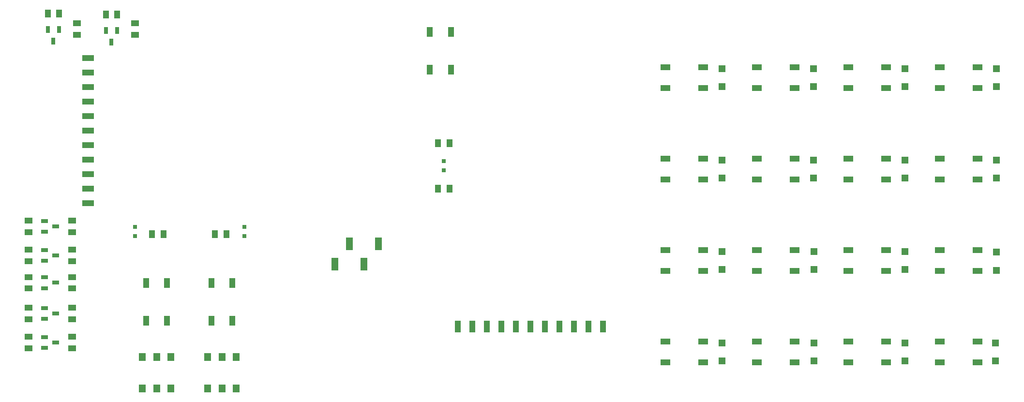
<source format=gbr>
%TF.GenerationSoftware,KiCad,Pcbnew,7.0.2-0*%
%TF.CreationDate,2023-10-11T20:45:17-05:00*%
%TF.ProjectId,CowPi-mk4b,436f7750-692d-46d6-9b34-622e6b696361,mk4b*%
%TF.SameCoordinates,Original*%
%TF.FileFunction,Paste,Top*%
%TF.FilePolarity,Positive*%
%FSLAX46Y46*%
G04 Gerber Fmt 4.6, Leading zero omitted, Abs format (unit mm)*
G04 Created by KiCad (PCBNEW 7.0.2-0) date 2023-10-11 20:45:17*
%MOMM*%
%LPD*%
G01*
G04 APERTURE LIST*
%ADD10R,1.700000X1.000000*%
%ADD11R,1.250013X0.700000*%
%ADD12R,1.200000X1.200000*%
%ADD13R,1.377013X1.132537*%
%ADD14R,1.132537X1.377013*%
%ADD15R,1.200000X1.400000*%
%ADD16R,1.000000X1.700000*%
%ADD17R,0.700000X1.250013*%
%ADD18R,0.800000X0.800000*%
%ADD19R,1.000000X2.000000*%
%ADD20R,1.270003X2.200000*%
%ADD21R,2.000000X1.000000*%
G04 APERTURE END LIST*
D10*
%TO.C,U15*%
X213770731Y-86162294D03*
X220370681Y-86162269D03*
X213770731Y-89862701D03*
X220370681Y-89862676D03*
%TD*%
D11*
%TO.C,U42*%
X57150000Y-106950000D03*
X57150000Y-108849924D03*
X59150000Y-107899962D03*
%TD*%
D10*
%TO.C,U7*%
X213770731Y-70162294D03*
X220370681Y-70162269D03*
X213770731Y-73862701D03*
X220370681Y-73862676D03*
%TD*%
D12*
%TO.C,U31*%
X223520000Y-121612561D03*
X223520000Y-118412409D03*
%TD*%
%TO.C,U16*%
X175690706Y-89612561D03*
X175690706Y-86412409D03*
%TD*%
%TO.C,U8*%
X223690706Y-73612561D03*
X223690706Y-70412409D03*
%TD*%
D13*
%TO.C,R17*%
X54340000Y-99060000D03*
X54340000Y-97060000D03*
%TD*%
%TO.C,R1*%
X54340000Y-119380000D03*
X54340000Y-117380000D03*
%TD*%
D14*
%TO.C,R13*%
X57740038Y-60799981D03*
X59740038Y-60799981D03*
%TD*%
D13*
%TO.C,R18*%
X61960000Y-97060000D03*
X61960000Y-99060000D03*
%TD*%
D14*
%TO.C,R15*%
X67900038Y-60960000D03*
X69900038Y-60960000D03*
%TD*%
D12*
%TO.C,U12*%
X207690706Y-89612561D03*
X207690706Y-86412409D03*
%TD*%
D10*
%TO.C,U17*%
X165770731Y-102162294D03*
X172370681Y-102162269D03*
X165770731Y-105862701D03*
X172370681Y-105862676D03*
%TD*%
D15*
%TO.C,U35*%
X74280318Y-126402714D03*
X76780191Y-126402714D03*
X79280064Y-126402714D03*
X74280318Y-120902586D03*
X76780191Y-120902586D03*
X79280064Y-120902586D03*
%TD*%
D16*
%TO.C,U34*%
X90060382Y-107920012D03*
X90060407Y-114519962D03*
X86359975Y-107920012D03*
X86360000Y-114519962D03*
%TD*%
D10*
%TO.C,U13*%
X197770731Y-86162294D03*
X204370681Y-86162269D03*
X197770731Y-89862701D03*
X204370681Y-89862676D03*
%TD*%
D14*
%TO.C,R10*%
X75976998Y-99378658D03*
X77976998Y-99378658D03*
%TD*%
D17*
%TO.C,U46*%
X59690000Y-63609981D03*
X57790076Y-63609981D03*
X58740038Y-65609981D03*
%TD*%
D10*
%TO.C,U26*%
X197770731Y-118162294D03*
X204370681Y-118162269D03*
X197770731Y-121862701D03*
X204370681Y-121862676D03*
%TD*%
D11*
%TO.C,U48*%
X57150000Y-97110038D03*
X57150000Y-99009962D03*
X59150000Y-98060000D03*
%TD*%
D10*
%TO.C,U9*%
X165770731Y-86162294D03*
X172370681Y-86162269D03*
X165770731Y-89862701D03*
X172370681Y-89862676D03*
%TD*%
D13*
%TO.C,R3*%
X54340000Y-114300000D03*
X54340000Y-112300000D03*
%TD*%
D10*
%TO.C,U18*%
X165770731Y-118162294D03*
X172370681Y-118162269D03*
X165770731Y-121862701D03*
X172370681Y-121862676D03*
%TD*%
D17*
%TO.C,U47*%
X69850000Y-63770000D03*
X67950076Y-63770000D03*
X68900038Y-65770000D03*
%TD*%
D12*
%TO.C,U6*%
X207690706Y-73612561D03*
X207690706Y-70412409D03*
%TD*%
D10*
%TO.C,U22*%
X181770731Y-118162294D03*
X188370681Y-118162269D03*
X181770731Y-121862701D03*
X188370681Y-121862676D03*
%TD*%
D16*
%TO.C,U33*%
X78630382Y-107920012D03*
X78630407Y-114519962D03*
X74929975Y-107920012D03*
X74930000Y-114519962D03*
%TD*%
D18*
%TO.C,LED2*%
X72965886Y-98108658D03*
X72972744Y-99707592D03*
%TD*%
D13*
%TO.C,R8*%
X61960000Y-102140000D03*
X61960000Y-104140000D03*
%TD*%
D12*
%TO.C,U14*%
X191690706Y-89612561D03*
X191690706Y-86412409D03*
%TD*%
%TO.C,U20*%
X175690706Y-121612561D03*
X175690706Y-118412409D03*
%TD*%
D14*
%TO.C,R9*%
X126013056Y-83440000D03*
X128013056Y-83440000D03*
%TD*%
D13*
%TO.C,R16*%
X73010038Y-64500000D03*
X73010038Y-62500000D03*
%TD*%
D10*
%TO.C,U3*%
X181770731Y-70162294D03*
X188370681Y-70162269D03*
X181770731Y-73862701D03*
X188370681Y-73862676D03*
%TD*%
D16*
%TO.C,U37*%
X128269975Y-64010012D03*
X128270000Y-70609962D03*
X124569568Y-64010012D03*
X124569593Y-70609962D03*
%TD*%
D10*
%TO.C,U1*%
X165770731Y-70162294D03*
X172370681Y-70162269D03*
X165770731Y-73862701D03*
X172370681Y-73862676D03*
%TD*%
D11*
%TO.C,U40*%
X57150000Y-117430038D03*
X57150000Y-119329962D03*
X59150000Y-118380000D03*
%TD*%
D13*
%TO.C,R4*%
X61960000Y-112300000D03*
X61960000Y-114300000D03*
%TD*%
D19*
%TO.C,U38*%
X129501900Y-115531115D03*
X132041905Y-115531115D03*
X134581910Y-115531115D03*
X137121915Y-115531115D03*
X139661920Y-115531115D03*
X142201925Y-115531115D03*
X144741930Y-115531115D03*
X147281935Y-115531115D03*
X149821940Y-115531115D03*
X152361945Y-115531115D03*
X154901950Y-115531115D03*
%TD*%
D10*
%TO.C,U5*%
X197770731Y-70162294D03*
X204370681Y-70162269D03*
X197770731Y-73862701D03*
X204370681Y-73862676D03*
%TD*%
D13*
%TO.C,R7*%
X54340000Y-104140000D03*
X54340000Y-102140000D03*
%TD*%
D12*
%TO.C,U10*%
X223690706Y-89612561D03*
X223690706Y-86412409D03*
%TD*%
D18*
%TO.C,LED3*%
X92118842Y-98109191D03*
X92125700Y-99708125D03*
%TD*%
D14*
%TO.C,R12*%
X128013056Y-91440000D03*
X126013056Y-91440000D03*
%TD*%
D12*
%TO.C,U4*%
X191690706Y-73612561D03*
X191690706Y-70412409D03*
%TD*%
D13*
%TO.C,R6*%
X61960000Y-106899962D03*
X61960000Y-108899962D03*
%TD*%
D10*
%TO.C,U30*%
X213770731Y-118162294D03*
X220370681Y-118162269D03*
X213770731Y-121862701D03*
X220370681Y-121862676D03*
%TD*%
%TO.C,U11*%
X181770731Y-86162294D03*
X188370681Y-86162269D03*
X181770731Y-89862701D03*
X188370681Y-89862676D03*
%TD*%
D13*
%TO.C,R14*%
X62870076Y-64500000D03*
X62870076Y-62500000D03*
%TD*%
%TO.C,R5*%
X54340000Y-108899962D03*
X54340000Y-106899962D03*
%TD*%
D20*
%TO.C,J1*%
X107949984Y-104670102D03*
X110489989Y-101069898D03*
X113029995Y-104670102D03*
X115570000Y-101069898D03*
%TD*%
D12*
%TO.C,U19*%
X175690706Y-105612561D03*
X175690706Y-102412409D03*
%TD*%
D14*
%TO.C,R11*%
X89013383Y-99378658D03*
X87013383Y-99378658D03*
%TD*%
D13*
%TO.C,R2*%
X61960000Y-117380000D03*
X61960000Y-119380000D03*
%TD*%
D18*
%TO.C,LED1*%
X127016485Y-88239467D03*
X127009627Y-86640533D03*
%TD*%
D12*
%TO.C,U24*%
X191770000Y-105612561D03*
X191770000Y-102412409D03*
%TD*%
%TO.C,U23*%
X191770000Y-121612561D03*
X191770000Y-118412409D03*
%TD*%
D11*
%TO.C,U41*%
X57150000Y-112350038D03*
X57150000Y-114249962D03*
X59150000Y-113300000D03*
%TD*%
D12*
%TO.C,U2*%
X175690706Y-73612561D03*
X175690706Y-70412409D03*
%TD*%
D10*
%TO.C,U25*%
X197770731Y-102162294D03*
X204370681Y-102162269D03*
X197770731Y-105862701D03*
X204370681Y-105862676D03*
%TD*%
D15*
%TO.C,U36*%
X85710318Y-126402714D03*
X88210191Y-126402714D03*
X90710064Y-126402714D03*
X85710318Y-120902586D03*
X88210191Y-120902586D03*
X90710064Y-120902586D03*
%TD*%
D10*
%TO.C,U21*%
X181770731Y-102162294D03*
X188370681Y-102162269D03*
X181770731Y-105862701D03*
X188370681Y-105862676D03*
%TD*%
D12*
%TO.C,U27*%
X207690706Y-105612561D03*
X207690706Y-102412409D03*
%TD*%
%TO.C,U28*%
X207690706Y-121612561D03*
X207690706Y-118412409D03*
%TD*%
%TO.C,U32*%
X223690706Y-105740076D03*
X223690706Y-102539924D03*
%TD*%
D21*
%TO.C,U39*%
X64770000Y-68579985D03*
X64770000Y-71119990D03*
X64770000Y-73659995D03*
X64770000Y-76200000D03*
X64770000Y-78740005D03*
X64770000Y-81280010D03*
X64770000Y-83820015D03*
X64770000Y-86360020D03*
X64770000Y-88900025D03*
X64770000Y-91440030D03*
X64770000Y-93980035D03*
%TD*%
D10*
%TO.C,U29*%
X213770731Y-102162294D03*
X220370681Y-102162269D03*
X213770731Y-105862701D03*
X220370681Y-105862676D03*
%TD*%
D11*
%TO.C,U43*%
X57150000Y-102190038D03*
X57150000Y-104089962D03*
X59150000Y-103140000D03*
%TD*%
M02*

</source>
